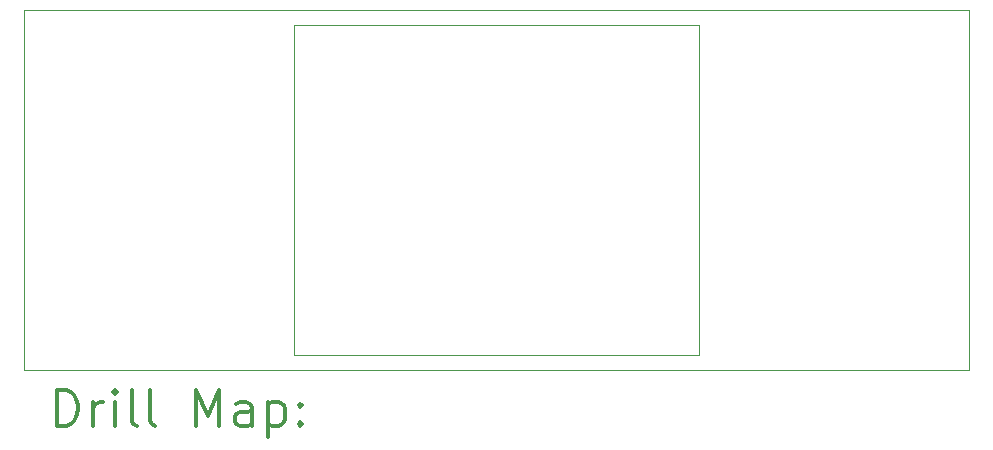
<source format=gbr>
%FSLAX45Y45*%
G04 Gerber Fmt 4.5, Leading zero omitted, Abs format (unit mm)*
G04 Created by KiCad (PCBNEW 5.1.5+dfsg1-2build2) date 2020-12-17 22:11:00*
%MOMM*%
%LPD*%
G04 APERTURE LIST*
%TA.AperFunction,Profile*%
%ADD10C,0.050000*%
%TD*%
%ADD11C,0.200000*%
%ADD12C,0.300000*%
G04 APERTURE END LIST*
D10*
X9017000Y-7747000D02*
X9017000Y-4953000D01*
X12446000Y-7747000D02*
X9017000Y-7747000D01*
X12446000Y-4953000D02*
X12446000Y-7747000D01*
X9017000Y-4953000D02*
X12446000Y-4953000D01*
X6731000Y-7874000D02*
X6731000Y-4826000D01*
X14732000Y-7874000D02*
X6731000Y-7874000D01*
X14732000Y-4826000D02*
X14732000Y-7874000D01*
X6731000Y-4826000D02*
X14732000Y-4826000D01*
D11*
D12*
X7014928Y-8342214D02*
X7014928Y-8042214D01*
X7086357Y-8042214D01*
X7129214Y-8056500D01*
X7157786Y-8085071D01*
X7172071Y-8113643D01*
X7186357Y-8170786D01*
X7186357Y-8213643D01*
X7172071Y-8270786D01*
X7157786Y-8299357D01*
X7129214Y-8327929D01*
X7086357Y-8342214D01*
X7014928Y-8342214D01*
X7314928Y-8342214D02*
X7314928Y-8142214D01*
X7314928Y-8199357D02*
X7329214Y-8170786D01*
X7343500Y-8156500D01*
X7372071Y-8142214D01*
X7400643Y-8142214D01*
X7500643Y-8342214D02*
X7500643Y-8142214D01*
X7500643Y-8042214D02*
X7486357Y-8056500D01*
X7500643Y-8070786D01*
X7514928Y-8056500D01*
X7500643Y-8042214D01*
X7500643Y-8070786D01*
X7686357Y-8342214D02*
X7657786Y-8327929D01*
X7643500Y-8299357D01*
X7643500Y-8042214D01*
X7843500Y-8342214D02*
X7814928Y-8327929D01*
X7800643Y-8299357D01*
X7800643Y-8042214D01*
X8186357Y-8342214D02*
X8186357Y-8042214D01*
X8286357Y-8256500D01*
X8386357Y-8042214D01*
X8386357Y-8342214D01*
X8657786Y-8342214D02*
X8657786Y-8185071D01*
X8643500Y-8156500D01*
X8614928Y-8142214D01*
X8557786Y-8142214D01*
X8529214Y-8156500D01*
X8657786Y-8327929D02*
X8629214Y-8342214D01*
X8557786Y-8342214D01*
X8529214Y-8327929D01*
X8514928Y-8299357D01*
X8514928Y-8270786D01*
X8529214Y-8242214D01*
X8557786Y-8227929D01*
X8629214Y-8227929D01*
X8657786Y-8213643D01*
X8800643Y-8142214D02*
X8800643Y-8442214D01*
X8800643Y-8156500D02*
X8829214Y-8142214D01*
X8886357Y-8142214D01*
X8914928Y-8156500D01*
X8929214Y-8170786D01*
X8943500Y-8199357D01*
X8943500Y-8285071D01*
X8929214Y-8313643D01*
X8914928Y-8327929D01*
X8886357Y-8342214D01*
X8829214Y-8342214D01*
X8800643Y-8327929D01*
X9072071Y-8313643D02*
X9086357Y-8327929D01*
X9072071Y-8342214D01*
X9057786Y-8327929D01*
X9072071Y-8313643D01*
X9072071Y-8342214D01*
X9072071Y-8156500D02*
X9086357Y-8170786D01*
X9072071Y-8185071D01*
X9057786Y-8170786D01*
X9072071Y-8156500D01*
X9072071Y-8185071D01*
M02*

</source>
